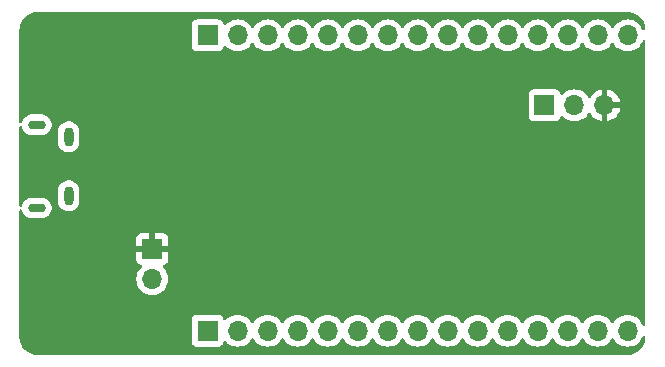
<source format=gbr>
%TF.GenerationSoftware,KiCad,Pcbnew,8.0.2*%
%TF.CreationDate,2024-06-30T02:03:35-06:00*%
%TF.ProjectId,2024_June_RP2040,32303234-5f4a-4756-9e65-5f5250323034,rev?*%
%TF.SameCoordinates,Original*%
%TF.FileFunction,Copper,L2,Bot*%
%TF.FilePolarity,Positive*%
%FSLAX46Y46*%
G04 Gerber Fmt 4.6, Leading zero omitted, Abs format (unit mm)*
G04 Created by KiCad (PCBNEW 8.0.2) date 2024-06-30 02:03:35*
%MOMM*%
%LPD*%
G01*
G04 APERTURE LIST*
%TA.AperFunction,ComponentPad*%
%ADD10R,1.700000X1.700000*%
%TD*%
%TA.AperFunction,ComponentPad*%
%ADD11O,1.700000X1.700000*%
%TD*%
%TA.AperFunction,ComponentPad*%
%ADD12O,0.800000X1.600000*%
%TD*%
%TA.AperFunction,ComponentPad*%
%ADD13O,1.500000X0.750000*%
%TD*%
%TA.AperFunction,ViaPad*%
%ADD14C,0.600000*%
%TD*%
G04 APERTURE END LIST*
D10*
%TO.P,J5,1,Pin_1*%
%TO.N,/SWD*%
X128778000Y-63677800D03*
D11*
%TO.P,J5,2,Pin_2*%
%TO.N,/SWCLK*%
X131318000Y-63677800D03*
%TO.P,J5,3,Pin_3*%
%TO.N,GND*%
X133858000Y-63677800D03*
%TD*%
D10*
%TO.P,J4,1,Pin_1*%
%TO.N,/GPIO_ADC3*%
X100253800Y-57759600D03*
D11*
%TO.P,J4,2,Pin_2*%
%TO.N,/GPIO_ADC2*%
X102793800Y-57759600D03*
%TO.P,J4,3,Pin_3*%
%TO.N,/GPIO_ADC1*%
X105333800Y-57759600D03*
%TO.P,J4,4,Pin_4*%
%TO.N,/GPIO_ADC0*%
X107873800Y-57759600D03*
%TO.P,J4,5,Pin_5*%
%TO.N,/GPIO_25*%
X110413800Y-57759600D03*
%TO.P,J4,6,Pin_6*%
%TO.N,/GPIO_24*%
X112953800Y-57759600D03*
%TO.P,J4,7,Pin_7*%
%TO.N,/GPIO_23*%
X115493800Y-57759600D03*
%TO.P,J4,8,Pin_8*%
%TO.N,/GPIO_22*%
X118033800Y-57759600D03*
%TO.P,J4,9,Pin_9*%
%TO.N,/GPIO_21*%
X120573800Y-57759600D03*
%TO.P,J4,10,Pin_10*%
%TO.N,/GPIO_20*%
X123113800Y-57759600D03*
%TO.P,J4,11,Pin_11*%
%TO.N,/GPIO_19*%
X125653800Y-57759600D03*
%TO.P,J4,12,Pin_12*%
%TO.N,/GPIO_18*%
X128193800Y-57759600D03*
%TO.P,J4,13,Pin_13*%
%TO.N,/GPIO_17*%
X130733800Y-57759600D03*
%TO.P,J4,14,Pin_14*%
%TO.N,/GPIO_16*%
X133273800Y-57759600D03*
%TO.P,J4,15,Pin_15*%
%TO.N,/RUN*%
X135813800Y-57759600D03*
%TD*%
D10*
%TO.P,J3,1,Pin_1*%
%TO.N,/GPIO_0*%
X100253800Y-82759600D03*
D11*
%TO.P,J3,2,Pin_2*%
%TO.N,/GPIO_1*%
X102793800Y-82759600D03*
%TO.P,J3,3,Pin_3*%
%TO.N,/GPIO_2*%
X105333800Y-82759600D03*
%TO.P,J3,4,Pin_4*%
%TO.N,/GPIO_3*%
X107873800Y-82759600D03*
%TO.P,J3,5,Pin_5*%
%TO.N,/GPIO_4*%
X110413800Y-82759600D03*
%TO.P,J3,6,Pin_6*%
%TO.N,/GPIO_5*%
X112953800Y-82759600D03*
%TO.P,J3,7,Pin_7*%
%TO.N,/GPIO_6*%
X115493800Y-82759600D03*
%TO.P,J3,8,Pin_8*%
%TO.N,/GPIO_7*%
X118033800Y-82759600D03*
%TO.P,J3,9,Pin_9*%
%TO.N,/GPIO_8*%
X120573800Y-82759600D03*
%TO.P,J3,10,Pin_10*%
%TO.N,/GPIO_9*%
X123113800Y-82759600D03*
%TO.P,J3,11,Pin_11*%
%TO.N,/GPIO_10*%
X125653800Y-82759600D03*
%TO.P,J3,12,Pin_12*%
%TO.N,/GPIO_11*%
X128193800Y-82759600D03*
%TO.P,J3,13,Pin_13*%
%TO.N,/GPIO_13*%
X130733800Y-82759600D03*
%TO.P,J3,14,Pin_14*%
%TO.N,/GPIO_14*%
X133273800Y-82759600D03*
%TO.P,J3,15,Pin_15*%
%TO.N,/GPIO_15*%
X135813800Y-82759600D03*
%TD*%
D10*
%TO.P,J1,1,Pin_1*%
%TO.N,GND*%
X95580200Y-75844400D03*
D11*
%TO.P,J1,2,Pin_2*%
%TO.N,/USB_BOOT*%
X95580200Y-78384400D03*
%TD*%
D12*
%TO.P,J2,S1,SHIELD*%
%TO.N,unconnected-(J2-SHIELD-PadS1)*%
X88493600Y-66344800D03*
%TO.P,J2,S2,SHIELD__1*%
%TO.N,unconnected-(J2-SHIELD__1-PadS2)*%
X88493600Y-71344800D03*
D13*
%TO.P,J2,S3,SHIELD__2*%
%TO.N,unconnected-(J2-SHIELD__2-PadS3)*%
X85793600Y-65319800D03*
%TO.P,J2,S6,SHIELD__5*%
%TO.N,unconnected-(J2-SHIELD__5-PadS6)*%
X85793600Y-72369800D03*
%TD*%
D14*
%TO.N,GND*%
X115951000Y-69850000D03*
X117119400Y-70916800D03*
X114808000Y-70942200D03*
X117094000Y-68732400D03*
X114833400Y-68707000D03*
X120790300Y-76936600D03*
X126187200Y-70002400D03*
X118440200Y-70815200D03*
X126238000Y-74193400D03*
X98348800Y-78257400D03*
X89484200Y-70154800D03*
X88138000Y-61112400D03*
X93497400Y-61315600D03*
X101295200Y-61137800D03*
X117246400Y-62484000D03*
X112750600Y-62941200D03*
X110947200Y-63627000D03*
X109067600Y-64973200D03*
X109067600Y-67411600D03*
X108102400Y-69621400D03*
X108102400Y-70739000D03*
X107340400Y-73787000D03*
X111810800Y-75285600D03*
X117246400Y-76885800D03*
X127711200Y-74117200D03*
X130302000Y-70866000D03*
X124180600Y-69621400D03*
X123469400Y-67843400D03*
%TD*%
%TA.AperFunction,Conductor*%
%TO.N,GND*%
G36*
X135824418Y-55796616D02*
G01*
X136024561Y-55810930D01*
X136042063Y-55813447D01*
X136233797Y-55855155D01*
X136250755Y-55860134D01*
X136434609Y-55928709D01*
X136450701Y-55936059D01*
X136622904Y-56030088D01*
X136637784Y-56039649D01*
X136794867Y-56157241D01*
X136808237Y-56168827D01*
X136946972Y-56307562D01*
X136958558Y-56320932D01*
X137067008Y-56465804D01*
X137076146Y-56478010D01*
X137085711Y-56492895D01*
X137179740Y-56665098D01*
X137187090Y-56681190D01*
X137255662Y-56865036D01*
X137260646Y-56882012D01*
X137302351Y-57073731D01*
X137304869Y-57091243D01*
X137313563Y-57212801D01*
X137298711Y-57281074D01*
X137249306Y-57330479D01*
X137181033Y-57345331D01*
X137115569Y-57320914D01*
X137077498Y-57274054D01*
X136987835Y-57081771D01*
X136982225Y-57073758D01*
X136852294Y-56888197D01*
X136685202Y-56721106D01*
X136685195Y-56721101D01*
X136491634Y-56585567D01*
X136491630Y-56585565D01*
X136491628Y-56585564D01*
X136277463Y-56485697D01*
X136277459Y-56485696D01*
X136277455Y-56485694D01*
X136049213Y-56424538D01*
X136049203Y-56424536D01*
X135813801Y-56403941D01*
X135813799Y-56403941D01*
X135578396Y-56424536D01*
X135578386Y-56424538D01*
X135350144Y-56485694D01*
X135350135Y-56485698D01*
X135135971Y-56585564D01*
X135135969Y-56585565D01*
X134942397Y-56721105D01*
X134775305Y-56888197D01*
X134645375Y-57073758D01*
X134590798Y-57117383D01*
X134521300Y-57124577D01*
X134458945Y-57093054D01*
X134442225Y-57073758D01*
X134312294Y-56888197D01*
X134145202Y-56721106D01*
X134145195Y-56721101D01*
X133951634Y-56585567D01*
X133951630Y-56585565D01*
X133951628Y-56585564D01*
X133737463Y-56485697D01*
X133737459Y-56485696D01*
X133737455Y-56485694D01*
X133509213Y-56424538D01*
X133509203Y-56424536D01*
X133273801Y-56403941D01*
X133273799Y-56403941D01*
X133038396Y-56424536D01*
X133038386Y-56424538D01*
X132810144Y-56485694D01*
X132810135Y-56485698D01*
X132595971Y-56585564D01*
X132595969Y-56585565D01*
X132402397Y-56721105D01*
X132235305Y-56888197D01*
X132105375Y-57073758D01*
X132050798Y-57117383D01*
X131981300Y-57124577D01*
X131918945Y-57093054D01*
X131902225Y-57073758D01*
X131772294Y-56888197D01*
X131605202Y-56721106D01*
X131605195Y-56721101D01*
X131411634Y-56585567D01*
X131411630Y-56585565D01*
X131411628Y-56585564D01*
X131197463Y-56485697D01*
X131197459Y-56485696D01*
X131197455Y-56485694D01*
X130969213Y-56424538D01*
X130969203Y-56424536D01*
X130733801Y-56403941D01*
X130733799Y-56403941D01*
X130498396Y-56424536D01*
X130498386Y-56424538D01*
X130270144Y-56485694D01*
X130270135Y-56485698D01*
X130055971Y-56585564D01*
X130055969Y-56585565D01*
X129862397Y-56721105D01*
X129695305Y-56888197D01*
X129565375Y-57073758D01*
X129510798Y-57117383D01*
X129441300Y-57124577D01*
X129378945Y-57093054D01*
X129362225Y-57073758D01*
X129232294Y-56888197D01*
X129065202Y-56721106D01*
X129065195Y-56721101D01*
X128871634Y-56585567D01*
X128871630Y-56585565D01*
X128871628Y-56585564D01*
X128657463Y-56485697D01*
X128657459Y-56485696D01*
X128657455Y-56485694D01*
X128429213Y-56424538D01*
X128429203Y-56424536D01*
X128193801Y-56403941D01*
X128193799Y-56403941D01*
X127958396Y-56424536D01*
X127958386Y-56424538D01*
X127730144Y-56485694D01*
X127730135Y-56485698D01*
X127515971Y-56585564D01*
X127515969Y-56585565D01*
X127322397Y-56721105D01*
X127155305Y-56888197D01*
X127025375Y-57073758D01*
X126970798Y-57117383D01*
X126901300Y-57124577D01*
X126838945Y-57093054D01*
X126822225Y-57073758D01*
X126692294Y-56888197D01*
X126525202Y-56721106D01*
X126525195Y-56721101D01*
X126331634Y-56585567D01*
X126331630Y-56585565D01*
X126331628Y-56585564D01*
X126117463Y-56485697D01*
X126117459Y-56485696D01*
X126117455Y-56485694D01*
X125889213Y-56424538D01*
X125889203Y-56424536D01*
X125653801Y-56403941D01*
X125653799Y-56403941D01*
X125418396Y-56424536D01*
X125418386Y-56424538D01*
X125190144Y-56485694D01*
X125190135Y-56485698D01*
X124975971Y-56585564D01*
X124975969Y-56585565D01*
X124782397Y-56721105D01*
X124615305Y-56888197D01*
X124485375Y-57073758D01*
X124430798Y-57117383D01*
X124361300Y-57124577D01*
X124298945Y-57093054D01*
X124282225Y-57073758D01*
X124152294Y-56888197D01*
X123985202Y-56721106D01*
X123985195Y-56721101D01*
X123791634Y-56585567D01*
X123791630Y-56585565D01*
X123791628Y-56585564D01*
X123577463Y-56485697D01*
X123577459Y-56485696D01*
X123577455Y-56485694D01*
X123349213Y-56424538D01*
X123349203Y-56424536D01*
X123113801Y-56403941D01*
X123113799Y-56403941D01*
X122878396Y-56424536D01*
X122878386Y-56424538D01*
X122650144Y-56485694D01*
X122650135Y-56485698D01*
X122435971Y-56585564D01*
X122435969Y-56585565D01*
X122242397Y-56721105D01*
X122075305Y-56888197D01*
X121945375Y-57073758D01*
X121890798Y-57117383D01*
X121821300Y-57124577D01*
X121758945Y-57093054D01*
X121742225Y-57073758D01*
X121612294Y-56888197D01*
X121445202Y-56721106D01*
X121445195Y-56721101D01*
X121251634Y-56585567D01*
X121251630Y-56585565D01*
X121251628Y-56585564D01*
X121037463Y-56485697D01*
X121037459Y-56485696D01*
X121037455Y-56485694D01*
X120809213Y-56424538D01*
X120809203Y-56424536D01*
X120573801Y-56403941D01*
X120573799Y-56403941D01*
X120338396Y-56424536D01*
X120338386Y-56424538D01*
X120110144Y-56485694D01*
X120110135Y-56485698D01*
X119895971Y-56585564D01*
X119895969Y-56585565D01*
X119702397Y-56721105D01*
X119535305Y-56888197D01*
X119405375Y-57073758D01*
X119350798Y-57117383D01*
X119281300Y-57124577D01*
X119218945Y-57093054D01*
X119202225Y-57073758D01*
X119072294Y-56888197D01*
X118905202Y-56721106D01*
X118905195Y-56721101D01*
X118711634Y-56585567D01*
X118711630Y-56585565D01*
X118711628Y-56585564D01*
X118497463Y-56485697D01*
X118497459Y-56485696D01*
X118497455Y-56485694D01*
X118269213Y-56424538D01*
X118269203Y-56424536D01*
X118033801Y-56403941D01*
X118033799Y-56403941D01*
X117798396Y-56424536D01*
X117798386Y-56424538D01*
X117570144Y-56485694D01*
X117570135Y-56485698D01*
X117355971Y-56585564D01*
X117355969Y-56585565D01*
X117162397Y-56721105D01*
X116995305Y-56888197D01*
X116865375Y-57073758D01*
X116810798Y-57117383D01*
X116741300Y-57124577D01*
X116678945Y-57093054D01*
X116662225Y-57073758D01*
X116532294Y-56888197D01*
X116365202Y-56721106D01*
X116365195Y-56721101D01*
X116171634Y-56585567D01*
X116171630Y-56585565D01*
X116171628Y-56585564D01*
X115957463Y-56485697D01*
X115957459Y-56485696D01*
X115957455Y-56485694D01*
X115729213Y-56424538D01*
X115729203Y-56424536D01*
X115493801Y-56403941D01*
X115493799Y-56403941D01*
X115258396Y-56424536D01*
X115258386Y-56424538D01*
X115030144Y-56485694D01*
X115030135Y-56485698D01*
X114815971Y-56585564D01*
X114815969Y-56585565D01*
X114622397Y-56721105D01*
X114455305Y-56888197D01*
X114325375Y-57073758D01*
X114270798Y-57117383D01*
X114201300Y-57124577D01*
X114138945Y-57093054D01*
X114122225Y-57073758D01*
X113992294Y-56888197D01*
X113825202Y-56721106D01*
X113825195Y-56721101D01*
X113631634Y-56585567D01*
X113631630Y-56585565D01*
X113631628Y-56585564D01*
X113417463Y-56485697D01*
X113417459Y-56485696D01*
X113417455Y-56485694D01*
X113189213Y-56424538D01*
X113189203Y-56424536D01*
X112953801Y-56403941D01*
X112953799Y-56403941D01*
X112718396Y-56424536D01*
X112718386Y-56424538D01*
X112490144Y-56485694D01*
X112490135Y-56485698D01*
X112275971Y-56585564D01*
X112275969Y-56585565D01*
X112082397Y-56721105D01*
X111915305Y-56888197D01*
X111785375Y-57073758D01*
X111730798Y-57117383D01*
X111661300Y-57124577D01*
X111598945Y-57093054D01*
X111582225Y-57073758D01*
X111452294Y-56888197D01*
X111285202Y-56721106D01*
X111285195Y-56721101D01*
X111091634Y-56585567D01*
X111091630Y-56585565D01*
X111091628Y-56585564D01*
X110877463Y-56485697D01*
X110877459Y-56485696D01*
X110877455Y-56485694D01*
X110649213Y-56424538D01*
X110649203Y-56424536D01*
X110413801Y-56403941D01*
X110413799Y-56403941D01*
X110178396Y-56424536D01*
X110178386Y-56424538D01*
X109950144Y-56485694D01*
X109950135Y-56485698D01*
X109735971Y-56585564D01*
X109735969Y-56585565D01*
X109542397Y-56721105D01*
X109375305Y-56888197D01*
X109245375Y-57073758D01*
X109190798Y-57117383D01*
X109121300Y-57124577D01*
X109058945Y-57093054D01*
X109042225Y-57073758D01*
X108912294Y-56888197D01*
X108745202Y-56721106D01*
X108745195Y-56721101D01*
X108551634Y-56585567D01*
X108551630Y-56585565D01*
X108551628Y-56585564D01*
X108337463Y-56485697D01*
X108337459Y-56485696D01*
X108337455Y-56485694D01*
X108109213Y-56424538D01*
X108109203Y-56424536D01*
X107873801Y-56403941D01*
X107873799Y-56403941D01*
X107638396Y-56424536D01*
X107638386Y-56424538D01*
X107410144Y-56485694D01*
X107410135Y-56485698D01*
X107195971Y-56585564D01*
X107195969Y-56585565D01*
X107002397Y-56721105D01*
X106835305Y-56888197D01*
X106705375Y-57073758D01*
X106650798Y-57117383D01*
X106581300Y-57124577D01*
X106518945Y-57093054D01*
X106502225Y-57073758D01*
X106372294Y-56888197D01*
X106205202Y-56721106D01*
X106205195Y-56721101D01*
X106011634Y-56585567D01*
X106011630Y-56585565D01*
X106011628Y-56585564D01*
X105797463Y-56485697D01*
X105797459Y-56485696D01*
X105797455Y-56485694D01*
X105569213Y-56424538D01*
X105569203Y-56424536D01*
X105333801Y-56403941D01*
X105333799Y-56403941D01*
X105098396Y-56424536D01*
X105098386Y-56424538D01*
X104870144Y-56485694D01*
X104870135Y-56485698D01*
X104655971Y-56585564D01*
X104655969Y-56585565D01*
X104462397Y-56721105D01*
X104295305Y-56888197D01*
X104165375Y-57073758D01*
X104110798Y-57117383D01*
X104041300Y-57124577D01*
X103978945Y-57093054D01*
X103962225Y-57073758D01*
X103832294Y-56888197D01*
X103665202Y-56721106D01*
X103665195Y-56721101D01*
X103471634Y-56585567D01*
X103471630Y-56585565D01*
X103471628Y-56585564D01*
X103257463Y-56485697D01*
X103257459Y-56485696D01*
X103257455Y-56485694D01*
X103029213Y-56424538D01*
X103029203Y-56424536D01*
X102793801Y-56403941D01*
X102793799Y-56403941D01*
X102558396Y-56424536D01*
X102558386Y-56424538D01*
X102330144Y-56485694D01*
X102330135Y-56485698D01*
X102115971Y-56585564D01*
X102115969Y-56585565D01*
X101922400Y-56721103D01*
X101800473Y-56843030D01*
X101739150Y-56876514D01*
X101669458Y-56871530D01*
X101613525Y-56829658D01*
X101596610Y-56798681D01*
X101547597Y-56667271D01*
X101547593Y-56667264D01*
X101461347Y-56552055D01*
X101461344Y-56552052D01*
X101346135Y-56465806D01*
X101346128Y-56465802D01*
X101211282Y-56415508D01*
X101211283Y-56415508D01*
X101151683Y-56409101D01*
X101151681Y-56409100D01*
X101151673Y-56409100D01*
X101151664Y-56409100D01*
X99355929Y-56409100D01*
X99355923Y-56409101D01*
X99296316Y-56415508D01*
X99161471Y-56465802D01*
X99161464Y-56465806D01*
X99046255Y-56552052D01*
X99046252Y-56552055D01*
X98960006Y-56667264D01*
X98960002Y-56667271D01*
X98909708Y-56802117D01*
X98903301Y-56861716D01*
X98903300Y-56861735D01*
X98903300Y-58657470D01*
X98903301Y-58657476D01*
X98909708Y-58717083D01*
X98960002Y-58851928D01*
X98960006Y-58851935D01*
X99046252Y-58967144D01*
X99046255Y-58967147D01*
X99161464Y-59053393D01*
X99161471Y-59053397D01*
X99296317Y-59103691D01*
X99296316Y-59103691D01*
X99303244Y-59104435D01*
X99355927Y-59110100D01*
X101151672Y-59110099D01*
X101211283Y-59103691D01*
X101346131Y-59053396D01*
X101461346Y-58967146D01*
X101547596Y-58851931D01*
X101596610Y-58720516D01*
X101638481Y-58664584D01*
X101703945Y-58640166D01*
X101772218Y-58655017D01*
X101800473Y-58676169D01*
X101922399Y-58798095D01*
X102019184Y-58865865D01*
X102115965Y-58933632D01*
X102115967Y-58933633D01*
X102115970Y-58933635D01*
X102330137Y-59033503D01*
X102558392Y-59094663D01*
X102734834Y-59110100D01*
X102793799Y-59115259D01*
X102793800Y-59115259D01*
X102793801Y-59115259D01*
X102852766Y-59110100D01*
X103029208Y-59094663D01*
X103257463Y-59033503D01*
X103471630Y-58933635D01*
X103665201Y-58798095D01*
X103832295Y-58631001D01*
X103962225Y-58445442D01*
X104016802Y-58401817D01*
X104086300Y-58394623D01*
X104148655Y-58426146D01*
X104165375Y-58445442D01*
X104295300Y-58630995D01*
X104295305Y-58631001D01*
X104462399Y-58798095D01*
X104559184Y-58865865D01*
X104655965Y-58933632D01*
X104655967Y-58933633D01*
X104655970Y-58933635D01*
X104870137Y-59033503D01*
X105098392Y-59094663D01*
X105274834Y-59110100D01*
X105333799Y-59115259D01*
X105333800Y-59115259D01*
X105333801Y-59115259D01*
X105392766Y-59110100D01*
X105569208Y-59094663D01*
X105797463Y-59033503D01*
X106011630Y-58933635D01*
X106205201Y-58798095D01*
X106372295Y-58631001D01*
X106502225Y-58445442D01*
X106556802Y-58401817D01*
X106626300Y-58394623D01*
X106688655Y-58426146D01*
X106705375Y-58445442D01*
X106835300Y-58630995D01*
X106835305Y-58631001D01*
X107002399Y-58798095D01*
X107099184Y-58865865D01*
X107195965Y-58933632D01*
X107195967Y-58933633D01*
X107195970Y-58933635D01*
X107410137Y-59033503D01*
X107638392Y-59094663D01*
X107814834Y-59110100D01*
X107873799Y-59115259D01*
X107873800Y-59115259D01*
X107873801Y-59115259D01*
X107932766Y-59110100D01*
X108109208Y-59094663D01*
X108337463Y-59033503D01*
X108551630Y-58933635D01*
X108745201Y-58798095D01*
X108912295Y-58631001D01*
X109042225Y-58445442D01*
X109096802Y-58401817D01*
X109166300Y-58394623D01*
X109228655Y-58426146D01*
X109245375Y-58445442D01*
X109375300Y-58630995D01*
X109375305Y-58631001D01*
X109542399Y-58798095D01*
X109639184Y-58865865D01*
X109735965Y-58933632D01*
X109735967Y-58933633D01*
X109735970Y-58933635D01*
X109950137Y-59033503D01*
X110178392Y-59094663D01*
X110354834Y-59110100D01*
X110413799Y-59115259D01*
X110413800Y-59115259D01*
X110413801Y-59115259D01*
X110472766Y-59110100D01*
X110649208Y-59094663D01*
X110877463Y-59033503D01*
X111091630Y-58933635D01*
X111285201Y-58798095D01*
X111452295Y-58631001D01*
X111582225Y-58445442D01*
X111636802Y-58401817D01*
X111706300Y-58394623D01*
X111768655Y-58426146D01*
X111785375Y-58445442D01*
X111915300Y-58630995D01*
X111915305Y-58631001D01*
X112082399Y-58798095D01*
X112179184Y-58865865D01*
X112275965Y-58933632D01*
X112275967Y-58933633D01*
X112275970Y-58933635D01*
X112490137Y-59033503D01*
X112718392Y-59094663D01*
X112894834Y-59110100D01*
X112953799Y-59115259D01*
X112953800Y-59115259D01*
X112953801Y-59115259D01*
X113012766Y-59110100D01*
X113189208Y-59094663D01*
X113417463Y-59033503D01*
X113631630Y-58933635D01*
X113825201Y-58798095D01*
X113992295Y-58631001D01*
X114122225Y-58445442D01*
X114176802Y-58401817D01*
X114246300Y-58394623D01*
X114308655Y-58426146D01*
X114325375Y-58445442D01*
X114455300Y-58630995D01*
X114455305Y-58631001D01*
X114622399Y-58798095D01*
X114719184Y-58865865D01*
X114815965Y-58933632D01*
X114815967Y-58933633D01*
X114815970Y-58933635D01*
X115030137Y-59033503D01*
X115258392Y-59094663D01*
X115434834Y-59110100D01*
X115493799Y-59115259D01*
X115493800Y-59115259D01*
X115493801Y-59115259D01*
X115552766Y-59110100D01*
X115729208Y-59094663D01*
X115957463Y-59033503D01*
X116171630Y-58933635D01*
X116365201Y-58798095D01*
X116532295Y-58631001D01*
X116662225Y-58445442D01*
X116716802Y-58401817D01*
X116786300Y-58394623D01*
X116848655Y-58426146D01*
X116865375Y-58445442D01*
X116995300Y-58630995D01*
X116995305Y-58631001D01*
X117162399Y-58798095D01*
X117259184Y-58865865D01*
X117355965Y-58933632D01*
X117355967Y-58933633D01*
X117355970Y-58933635D01*
X117570137Y-59033503D01*
X117798392Y-59094663D01*
X117974834Y-59110100D01*
X118033799Y-59115259D01*
X118033800Y-59115259D01*
X118033801Y-59115259D01*
X118092766Y-59110100D01*
X118269208Y-59094663D01*
X118497463Y-59033503D01*
X118711630Y-58933635D01*
X118905201Y-58798095D01*
X119072295Y-58631001D01*
X119202225Y-58445442D01*
X119256802Y-58401817D01*
X119326300Y-58394623D01*
X119388655Y-58426146D01*
X119405375Y-58445442D01*
X119535300Y-58630995D01*
X119535305Y-58631001D01*
X119702399Y-58798095D01*
X119799184Y-58865865D01*
X119895965Y-58933632D01*
X119895967Y-58933633D01*
X119895970Y-58933635D01*
X120110137Y-59033503D01*
X120338392Y-59094663D01*
X120514834Y-59110100D01*
X120573799Y-59115259D01*
X120573800Y-59115259D01*
X120573801Y-59115259D01*
X120632766Y-59110100D01*
X120809208Y-59094663D01*
X121037463Y-59033503D01*
X121251630Y-58933635D01*
X121445201Y-58798095D01*
X121612295Y-58631001D01*
X121742225Y-58445442D01*
X121796802Y-58401817D01*
X121866300Y-58394623D01*
X121928655Y-58426146D01*
X121945375Y-58445442D01*
X122075300Y-58630995D01*
X122075305Y-58631001D01*
X122242399Y-58798095D01*
X122339184Y-58865865D01*
X122435965Y-58933632D01*
X122435967Y-58933633D01*
X122435970Y-58933635D01*
X122650137Y-59033503D01*
X122878392Y-59094663D01*
X123054834Y-59110100D01*
X123113799Y-59115259D01*
X123113800Y-59115259D01*
X123113801Y-59115259D01*
X123172766Y-59110100D01*
X123349208Y-59094663D01*
X123577463Y-59033503D01*
X123791630Y-58933635D01*
X123985201Y-58798095D01*
X124152295Y-58631001D01*
X124282225Y-58445442D01*
X124336802Y-58401817D01*
X124406300Y-58394623D01*
X124468655Y-58426146D01*
X124485375Y-58445442D01*
X124615300Y-58630995D01*
X124615305Y-58631001D01*
X124782399Y-58798095D01*
X124879184Y-58865865D01*
X124975965Y-58933632D01*
X124975967Y-58933633D01*
X124975970Y-58933635D01*
X125190137Y-59033503D01*
X125418392Y-59094663D01*
X125594834Y-59110100D01*
X125653799Y-59115259D01*
X125653800Y-59115259D01*
X125653801Y-59115259D01*
X125712766Y-59110100D01*
X125889208Y-59094663D01*
X126117463Y-59033503D01*
X126331630Y-58933635D01*
X126525201Y-58798095D01*
X126692295Y-58631001D01*
X126822225Y-58445442D01*
X126876802Y-58401817D01*
X126946300Y-58394623D01*
X127008655Y-58426146D01*
X127025375Y-58445442D01*
X127155300Y-58630995D01*
X127155305Y-58631001D01*
X127322399Y-58798095D01*
X127419184Y-58865865D01*
X127515965Y-58933632D01*
X127515967Y-58933633D01*
X127515970Y-58933635D01*
X127730137Y-59033503D01*
X127958392Y-59094663D01*
X128134834Y-59110100D01*
X128193799Y-59115259D01*
X128193800Y-59115259D01*
X128193801Y-59115259D01*
X128252766Y-59110100D01*
X128429208Y-59094663D01*
X128657463Y-59033503D01*
X128871630Y-58933635D01*
X129065201Y-58798095D01*
X129232295Y-58631001D01*
X129362225Y-58445442D01*
X129416802Y-58401817D01*
X129486300Y-58394623D01*
X129548655Y-58426146D01*
X129565375Y-58445442D01*
X129695300Y-58630995D01*
X129695305Y-58631001D01*
X129862399Y-58798095D01*
X129959184Y-58865865D01*
X130055965Y-58933632D01*
X130055967Y-58933633D01*
X130055970Y-58933635D01*
X130270137Y-59033503D01*
X130498392Y-59094663D01*
X130674834Y-59110100D01*
X130733799Y-59115259D01*
X130733800Y-59115259D01*
X130733801Y-59115259D01*
X130792766Y-59110100D01*
X130969208Y-59094663D01*
X131197463Y-59033503D01*
X131411630Y-58933635D01*
X131605201Y-58798095D01*
X131772295Y-58631001D01*
X131902225Y-58445442D01*
X131956802Y-58401817D01*
X132026300Y-58394623D01*
X132088655Y-58426146D01*
X132105375Y-58445442D01*
X132235300Y-58630995D01*
X132235305Y-58631001D01*
X132402399Y-58798095D01*
X132499184Y-58865865D01*
X132595965Y-58933632D01*
X132595967Y-58933633D01*
X132595970Y-58933635D01*
X132810137Y-59033503D01*
X133038392Y-59094663D01*
X133214834Y-59110100D01*
X133273799Y-59115259D01*
X133273800Y-59115259D01*
X133273801Y-59115259D01*
X133332766Y-59110100D01*
X133509208Y-59094663D01*
X133737463Y-59033503D01*
X133951630Y-58933635D01*
X134145201Y-58798095D01*
X134312295Y-58631001D01*
X134442225Y-58445442D01*
X134496802Y-58401817D01*
X134566300Y-58394623D01*
X134628655Y-58426146D01*
X134645375Y-58445442D01*
X134775300Y-58630995D01*
X134775305Y-58631001D01*
X134942399Y-58798095D01*
X135039184Y-58865865D01*
X135135965Y-58933632D01*
X135135967Y-58933633D01*
X135135970Y-58933635D01*
X135350137Y-59033503D01*
X135578392Y-59094663D01*
X135754834Y-59110100D01*
X135813799Y-59115259D01*
X135813800Y-59115259D01*
X135813801Y-59115259D01*
X135872766Y-59110100D01*
X136049208Y-59094663D01*
X136277463Y-59033503D01*
X136491630Y-58933635D01*
X136685201Y-58798095D01*
X136852295Y-58631001D01*
X136987835Y-58437430D01*
X137083118Y-58233094D01*
X137129290Y-58180656D01*
X137196484Y-58161504D01*
X137263365Y-58181720D01*
X137308700Y-58234885D01*
X137319500Y-58285500D01*
X137319500Y-82233699D01*
X137299815Y-82300738D01*
X137247011Y-82346493D01*
X137177853Y-82356437D01*
X137114297Y-82327412D01*
X137083118Y-82286104D01*
X136987835Y-82081771D01*
X136987834Y-82081769D01*
X136852294Y-81888197D01*
X136685202Y-81721106D01*
X136685195Y-81721101D01*
X136491634Y-81585567D01*
X136491630Y-81585565D01*
X136491628Y-81585564D01*
X136277463Y-81485697D01*
X136277459Y-81485696D01*
X136277455Y-81485694D01*
X136049213Y-81424538D01*
X136049203Y-81424536D01*
X135813801Y-81403941D01*
X135813799Y-81403941D01*
X135578396Y-81424536D01*
X135578386Y-81424538D01*
X135350144Y-81485694D01*
X135350135Y-81485698D01*
X135135971Y-81585564D01*
X135135969Y-81585565D01*
X134942397Y-81721105D01*
X134775305Y-81888197D01*
X134645375Y-82073758D01*
X134590798Y-82117383D01*
X134521300Y-82124577D01*
X134458945Y-82093054D01*
X134442225Y-82073758D01*
X134312294Y-81888197D01*
X134145202Y-81721106D01*
X134145195Y-81721101D01*
X133951634Y-81585567D01*
X133951630Y-81585565D01*
X133951628Y-81585564D01*
X133737463Y-81485697D01*
X133737459Y-81485696D01*
X133737455Y-81485694D01*
X133509213Y-81424538D01*
X133509203Y-81424536D01*
X133273801Y-81403941D01*
X133273799Y-81403941D01*
X133038396Y-81424536D01*
X133038386Y-81424538D01*
X132810144Y-81485694D01*
X132810135Y-81485698D01*
X132595971Y-81585564D01*
X132595969Y-81585565D01*
X132402397Y-81721105D01*
X132235305Y-81888197D01*
X132105375Y-82073758D01*
X132050798Y-82117383D01*
X131981300Y-82124577D01*
X131918945Y-82093054D01*
X131902225Y-82073758D01*
X131772294Y-81888197D01*
X131605202Y-81721106D01*
X131605195Y-81721101D01*
X131411634Y-81585567D01*
X131411630Y-81585565D01*
X131411628Y-81585564D01*
X131197463Y-81485697D01*
X131197459Y-81485696D01*
X131197455Y-81485694D01*
X130969213Y-81424538D01*
X130969203Y-81424536D01*
X130733801Y-81403941D01*
X130733799Y-81403941D01*
X130498396Y-81424536D01*
X130498386Y-81424538D01*
X130270144Y-81485694D01*
X130270135Y-81485698D01*
X130055971Y-81585564D01*
X130055969Y-81585565D01*
X129862397Y-81721105D01*
X129695305Y-81888197D01*
X129565375Y-82073758D01*
X129510798Y-82117383D01*
X129441300Y-82124577D01*
X129378945Y-82093054D01*
X129362225Y-82073758D01*
X129232294Y-81888197D01*
X129065202Y-81721106D01*
X129065195Y-81721101D01*
X128871634Y-81585567D01*
X128871630Y-81585565D01*
X128871628Y-81585564D01*
X128657463Y-81485697D01*
X128657459Y-81485696D01*
X128657455Y-81485694D01*
X128429213Y-81424538D01*
X128429203Y-81424536D01*
X128193801Y-81403941D01*
X128193799Y-81403941D01*
X127958396Y-81424536D01*
X127958386Y-81424538D01*
X127730144Y-81485694D01*
X127730135Y-81485698D01*
X127515971Y-81585564D01*
X127515969Y-81585565D01*
X127322397Y-81721105D01*
X127155305Y-81888197D01*
X127025375Y-82073758D01*
X126970798Y-82117383D01*
X126901300Y-82124577D01*
X126838945Y-82093054D01*
X126822225Y-82073758D01*
X126692294Y-81888197D01*
X126525202Y-81721106D01*
X126525195Y-81721101D01*
X126331634Y-81585567D01*
X126331630Y-81585565D01*
X126331628Y-81585564D01*
X126117463Y-81485697D01*
X126117459Y-81485696D01*
X126117455Y-81485694D01*
X125889213Y-81424538D01*
X125889203Y-81424536D01*
X125653801Y-81403941D01*
X125653799Y-81403941D01*
X125418396Y-81424536D01*
X125418386Y-81424538D01*
X125190144Y-81485694D01*
X125190135Y-81485698D01*
X124975971Y-81585564D01*
X124975969Y-81585565D01*
X124782397Y-81721105D01*
X124615305Y-81888197D01*
X124485375Y-82073758D01*
X124430798Y-82117383D01*
X124361300Y-82124577D01*
X124298945Y-82093054D01*
X124282225Y-82073758D01*
X124152294Y-81888197D01*
X123985202Y-81721106D01*
X123985195Y-81721101D01*
X123791634Y-81585567D01*
X123791630Y-81585565D01*
X123791628Y-81585564D01*
X123577463Y-81485697D01*
X123577459Y-81485696D01*
X123577455Y-81485694D01*
X123349213Y-81424538D01*
X123349203Y-81424536D01*
X123113801Y-81403941D01*
X123113799Y-81403941D01*
X122878396Y-81424536D01*
X122878386Y-81424538D01*
X122650144Y-81485694D01*
X122650135Y-81485698D01*
X122435971Y-81585564D01*
X122435969Y-81585565D01*
X122242397Y-81721105D01*
X122075305Y-81888197D01*
X121945375Y-82073758D01*
X121890798Y-82117383D01*
X121821300Y-82124577D01*
X121758945Y-82093054D01*
X121742225Y-82073758D01*
X121612294Y-81888197D01*
X121445202Y-81721106D01*
X121445195Y-81721101D01*
X121251634Y-81585567D01*
X121251630Y-81585565D01*
X121251628Y-81585564D01*
X121037463Y-81485697D01*
X121037459Y-81485696D01*
X121037455Y-81485694D01*
X120809213Y-81424538D01*
X120809203Y-81424536D01*
X120573801Y-81403941D01*
X120573799Y-81403941D01*
X120338396Y-81424536D01*
X120338386Y-81424538D01*
X120110144Y-81485694D01*
X120110135Y-81485698D01*
X119895971Y-81585564D01*
X119895969Y-81585565D01*
X119702397Y-81721105D01*
X119535305Y-81888197D01*
X119405375Y-82073758D01*
X119350798Y-82117383D01*
X119281300Y-82124577D01*
X119218945Y-82093054D01*
X119202225Y-82073758D01*
X119072294Y-81888197D01*
X118905202Y-81721106D01*
X118905195Y-81721101D01*
X118711634Y-81585567D01*
X118711630Y-81585565D01*
X118711628Y-81585564D01*
X118497463Y-81485697D01*
X118497459Y-81485696D01*
X118497455Y-81485694D01*
X118269213Y-81424538D01*
X118269203Y-81424536D01*
X118033801Y-81403941D01*
X118033799Y-81403941D01*
X117798396Y-81424536D01*
X117798386Y-81424538D01*
X117570144Y-81485694D01*
X117570135Y-81485698D01*
X117355971Y-81585564D01*
X117355969Y-81585565D01*
X117162397Y-81721105D01*
X116995305Y-81888197D01*
X116865375Y-82073758D01*
X116810798Y-82117383D01*
X116741300Y-82124577D01*
X116678945Y-82093054D01*
X116662225Y-82073758D01*
X116532294Y-81888197D01*
X116365202Y-81721106D01*
X116365195Y-81721101D01*
X116171634Y-81585567D01*
X116171630Y-81585565D01*
X116171628Y-81585564D01*
X115957463Y-81485697D01*
X115957459Y-81485696D01*
X115957455Y-81485694D01*
X115729213Y-81424538D01*
X115729203Y-81424536D01*
X115493801Y-81403941D01*
X115493799Y-81403941D01*
X115258396Y-81424536D01*
X115258386Y-81424538D01*
X115030144Y-81485694D01*
X115030135Y-81485698D01*
X114815971Y-81585564D01*
X114815969Y-81585565D01*
X114622397Y-81721105D01*
X114455305Y-81888197D01*
X114325375Y-82073758D01*
X114270798Y-82117383D01*
X114201300Y-82124577D01*
X114138945Y-82093054D01*
X114122225Y-82073758D01*
X113992294Y-81888197D01*
X113825202Y-81721106D01*
X113825195Y-81721101D01*
X113631634Y-81585567D01*
X113631630Y-81585565D01*
X113631628Y-81585564D01*
X113417463Y-81485697D01*
X113417459Y-81485696D01*
X113417455Y-81485694D01*
X113189213Y-81424538D01*
X113189203Y-81424536D01*
X112953801Y-81403941D01*
X112953799Y-81403941D01*
X112718396Y-81424536D01*
X112718386Y-81424538D01*
X112490144Y-81485694D01*
X112490135Y-81485698D01*
X112275971Y-81585564D01*
X112275969Y-81585565D01*
X112082397Y-81721105D01*
X111915305Y-81888197D01*
X111785375Y-82073758D01*
X111730798Y-82117383D01*
X111661300Y-82124577D01*
X111598945Y-82093054D01*
X111582225Y-82073758D01*
X111452294Y-81888197D01*
X111285202Y-81721106D01*
X111285195Y-81721101D01*
X111091634Y-81585567D01*
X111091630Y-81585565D01*
X111091628Y-81585564D01*
X110877463Y-81485697D01*
X110877459Y-81485696D01*
X110877455Y-81485694D01*
X110649213Y-81424538D01*
X110649203Y-81424536D01*
X110413801Y-81403941D01*
X110413799Y-81403941D01*
X110178396Y-81424536D01*
X110178386Y-81424538D01*
X109950144Y-81485694D01*
X109950135Y-81485698D01*
X109735971Y-81585564D01*
X109735969Y-81585565D01*
X109542397Y-81721105D01*
X109375305Y-81888197D01*
X109245375Y-82073758D01*
X109190798Y-82117383D01*
X109121300Y-82124577D01*
X109058945Y-82093054D01*
X109042225Y-82073758D01*
X108912294Y-81888197D01*
X108745202Y-81721106D01*
X108745195Y-81721101D01*
X108551634Y-81585567D01*
X108551630Y-81585565D01*
X108551628Y-81585564D01*
X108337463Y-81485697D01*
X108337459Y-81485696D01*
X108337455Y-81485694D01*
X108109213Y-81424538D01*
X108109203Y-81424536D01*
X107873801Y-81403941D01*
X107873799Y-81403941D01*
X107638396Y-81424536D01*
X107638386Y-81424538D01*
X107410144Y-81485694D01*
X107410135Y-81485698D01*
X107195971Y-81585564D01*
X107195969Y-81585565D01*
X107002397Y-81721105D01*
X106835305Y-81888197D01*
X106705375Y-82073758D01*
X106650798Y-82117383D01*
X106581300Y-82124577D01*
X106518945Y-82093054D01*
X106502225Y-82073758D01*
X106372294Y-81888197D01*
X106205202Y-81721106D01*
X106205195Y-81721101D01*
X106011634Y-81585567D01*
X106011630Y-81585565D01*
X106011628Y-81585564D01*
X105797463Y-81485697D01*
X105797459Y-81485696D01*
X105797455Y-81485694D01*
X105569213Y-81424538D01*
X105569203Y-81424536D01*
X105333801Y-81403941D01*
X105333799Y-81403941D01*
X105098396Y-81424536D01*
X105098386Y-81424538D01*
X104870144Y-81485694D01*
X104870135Y-81485698D01*
X104655971Y-81585564D01*
X104655969Y-81585565D01*
X104462397Y-81721105D01*
X104295305Y-81888197D01*
X104165375Y-82073758D01*
X104110798Y-82117383D01*
X104041300Y-82124577D01*
X103978945Y-82093054D01*
X103962225Y-82073758D01*
X103832294Y-81888197D01*
X103665202Y-81721106D01*
X103665195Y-81721101D01*
X103471634Y-81585567D01*
X103471630Y-81585565D01*
X103471628Y-81585564D01*
X103257463Y-81485697D01*
X103257459Y-81485696D01*
X103257455Y-81485694D01*
X103029213Y-81424538D01*
X103029203Y-81424536D01*
X102793801Y-81403941D01*
X102793799Y-81403941D01*
X102558396Y-81424536D01*
X102558386Y-81424538D01*
X102330144Y-81485694D01*
X102330135Y-81485698D01*
X102115971Y-81585564D01*
X102115969Y-81585565D01*
X101922400Y-81721103D01*
X101800473Y-81843030D01*
X101739150Y-81876514D01*
X101669458Y-81871530D01*
X101613525Y-81829658D01*
X101596610Y-81798681D01*
X101547597Y-81667271D01*
X101547593Y-81667264D01*
X101461347Y-81552055D01*
X101461344Y-81552052D01*
X101346135Y-81465806D01*
X101346128Y-81465802D01*
X101211282Y-81415508D01*
X101211283Y-81415508D01*
X101151683Y-81409101D01*
X101151681Y-81409100D01*
X101151673Y-81409100D01*
X101151664Y-81409100D01*
X99355929Y-81409100D01*
X99355923Y-81409101D01*
X99296316Y-81415508D01*
X99161471Y-81465802D01*
X99161464Y-81465806D01*
X99046255Y-81552052D01*
X99046252Y-81552055D01*
X98960006Y-81667264D01*
X98960002Y-81667271D01*
X98909708Y-81802117D01*
X98903301Y-81861716D01*
X98903300Y-81861735D01*
X98903300Y-83657470D01*
X98903301Y-83657476D01*
X98909708Y-83717083D01*
X98960002Y-83851928D01*
X98960006Y-83851935D01*
X99046252Y-83967144D01*
X99046255Y-83967147D01*
X99161464Y-84053393D01*
X99161471Y-84053397D01*
X99296317Y-84103691D01*
X99296316Y-84103691D01*
X99303244Y-84104435D01*
X99355927Y-84110100D01*
X101151672Y-84110099D01*
X101211283Y-84103691D01*
X101346131Y-84053396D01*
X101461346Y-83967146D01*
X101547596Y-83851931D01*
X101596610Y-83720516D01*
X101638481Y-83664584D01*
X101703945Y-83640166D01*
X101772218Y-83655017D01*
X101800473Y-83676169D01*
X101922399Y-83798095D01*
X102019184Y-83865865D01*
X102115965Y-83933632D01*
X102115967Y-83933633D01*
X102115970Y-83933635D01*
X102330137Y-84033503D01*
X102558392Y-84094663D01*
X102734834Y-84110100D01*
X102793799Y-84115259D01*
X102793800Y-84115259D01*
X102793801Y-84115259D01*
X102852766Y-84110100D01*
X103029208Y-84094663D01*
X103257463Y-84033503D01*
X103471630Y-83933635D01*
X103665201Y-83798095D01*
X103832295Y-83631001D01*
X103962225Y-83445442D01*
X104016802Y-83401817D01*
X104086300Y-83394623D01*
X104148655Y-83426146D01*
X104165375Y-83445442D01*
X104295300Y-83630995D01*
X104295305Y-83631001D01*
X104462399Y-83798095D01*
X104559184Y-83865865D01*
X104655965Y-83933632D01*
X104655967Y-83933633D01*
X104655970Y-83933635D01*
X104870137Y-84033503D01*
X105098392Y-84094663D01*
X105274834Y-84110100D01*
X105333799Y-84115259D01*
X105333800Y-84115259D01*
X105333801Y-84115259D01*
X105392766Y-84110100D01*
X105569208Y-84094663D01*
X105797463Y-84033503D01*
X106011630Y-83933635D01*
X106205201Y-83798095D01*
X106372295Y-83631001D01*
X106502225Y-83445442D01*
X106556802Y-83401817D01*
X106626300Y-83394623D01*
X106688655Y-83426146D01*
X106705375Y-83445442D01*
X106835300Y-83630995D01*
X106835305Y-83631001D01*
X107002399Y-83798095D01*
X107099184Y-83865865D01*
X107195965Y-83933632D01*
X107195967Y-83933633D01*
X107195970Y-83933635D01*
X107410137Y-84033503D01*
X107638392Y-84094663D01*
X107814834Y-84110100D01*
X107873799Y-84115259D01*
X107873800Y-84115259D01*
X107873801Y-84115259D01*
X107932766Y-84110100D01*
X108109208Y-84094663D01*
X108337463Y-84033503D01*
X108551630Y-83933635D01*
X108745201Y-83798095D01*
X108912295Y-83631001D01*
X109042225Y-83445442D01*
X109096802Y-83401817D01*
X109166300Y-83394623D01*
X109228655Y-83426146D01*
X109245375Y-83445442D01*
X109375300Y-83630995D01*
X109375305Y-83631001D01*
X109542399Y-83798095D01*
X109639184Y-83865865D01*
X109735965Y-83933632D01*
X109735967Y-83933633D01*
X109735970Y-83933635D01*
X109950137Y-84033503D01*
X110178392Y-84094663D01*
X110354834Y-84110100D01*
X110413799Y-84115259D01*
X110413800Y-84115259D01*
X110413801Y-84115259D01*
X110472766Y-84110100D01*
X110649208Y-84094663D01*
X110877463Y-84033503D01*
X111091630Y-83933635D01*
X111285201Y-83798095D01*
X111452295Y-83631001D01*
X111582225Y-83445442D01*
X111636802Y-83401817D01*
X111706300Y-83394623D01*
X111768655Y-83426146D01*
X111785375Y-83445442D01*
X111915300Y-83630995D01*
X111915305Y-83631001D01*
X112082399Y-83798095D01*
X112179184Y-83865865D01*
X112275965Y-83933632D01*
X112275967Y-83933633D01*
X112275970Y-83933635D01*
X112490137Y-84033503D01*
X112718392Y-84094663D01*
X112894834Y-84110100D01*
X112953799Y-84115259D01*
X112953800Y-84115259D01*
X112953801Y-84115259D01*
X113012766Y-84110100D01*
X113189208Y-84094663D01*
X113417463Y-84033503D01*
X113631630Y-83933635D01*
X113825201Y-83798095D01*
X113992295Y-83631001D01*
X114122225Y-83445442D01*
X114176802Y-83401817D01*
X114246300Y-83394623D01*
X114308655Y-83426146D01*
X114325375Y-83445442D01*
X114455300Y-83630995D01*
X114455305Y-83631001D01*
X114622399Y-83798095D01*
X114719184Y-83865865D01*
X114815965Y-83933632D01*
X114815967Y-83933633D01*
X114815970Y-83933635D01*
X115030137Y-84033503D01*
X115258392Y-84094663D01*
X115434834Y-84110100D01*
X115493799Y-84115259D01*
X115493800Y-84115259D01*
X115493801Y-84115259D01*
X115552766Y-84110100D01*
X115729208Y-84094663D01*
X115957463Y-84033503D01*
X116171630Y-83933635D01*
X116365201Y-83798095D01*
X116532295Y-83631001D01*
X116662225Y-83445442D01*
X116716802Y-83401817D01*
X116786300Y-83394623D01*
X116848655Y-83426146D01*
X116865375Y-83445442D01*
X116995300Y-83630995D01*
X116995305Y-83631001D01*
X117162399Y-83798095D01*
X117259184Y-83865865D01*
X117355965Y-83933632D01*
X117355967Y-83933633D01*
X117355970Y-83933635D01*
X117570137Y-84033503D01*
X117798392Y-84094663D01*
X117974834Y-84110100D01*
X118033799Y-84115259D01*
X118033800Y-84115259D01*
X118033801Y-84115259D01*
X118092766Y-84110100D01*
X118269208Y-84094663D01*
X118497463Y-84033503D01*
X118711630Y-83933635D01*
X118905201Y-83798095D01*
X119072295Y-83631001D01*
X119202225Y-83445442D01*
X119256802Y-83401817D01*
X119326300Y-83394623D01*
X119388655Y-83426146D01*
X119405375Y-83445442D01*
X119535300Y-83630995D01*
X119535305Y-83631001D01*
X119702399Y-83798095D01*
X119799184Y-83865865D01*
X119895965Y-83933632D01*
X119895967Y-83933633D01*
X119895970Y-83933635D01*
X120110137Y-84033503D01*
X120338392Y-84094663D01*
X120514834Y-84110100D01*
X120573799Y-84115259D01*
X120573800Y-84115259D01*
X120573801Y-84115259D01*
X120632766Y-84110100D01*
X120809208Y-84094663D01*
X121037463Y-84033503D01*
X121251630Y-83933635D01*
X121445201Y-83798095D01*
X121612295Y-83631001D01*
X121742225Y-83445442D01*
X121796802Y-83401817D01*
X121866300Y-83394623D01*
X121928655Y-83426146D01*
X121945375Y-83445442D01*
X122075300Y-83630995D01*
X122075305Y-83631001D01*
X122242399Y-83798095D01*
X122339184Y-83865865D01*
X122435965Y-83933632D01*
X122435967Y-83933633D01*
X122435970Y-83933635D01*
X122650137Y-84033503D01*
X122878392Y-84094663D01*
X123054834Y-84110100D01*
X123113799Y-84115259D01*
X123113800Y-84115259D01*
X123113801Y-84115259D01*
X123172766Y-84110100D01*
X123349208Y-84094663D01*
X123577463Y-84033503D01*
X123791630Y-83933635D01*
X123985201Y-83798095D01*
X124152295Y-83631001D01*
X124282225Y-83445442D01*
X124336802Y-83401817D01*
X124406300Y-83394623D01*
X124468655Y-83426146D01*
X124485375Y-83445442D01*
X124615300Y-83630995D01*
X124615305Y-83631001D01*
X124782399Y-83798095D01*
X124879184Y-83865865D01*
X124975965Y-83933632D01*
X124975967Y-83933633D01*
X124975970Y-83933635D01*
X125190137Y-84033503D01*
X125418392Y-84094663D01*
X125594834Y-84110100D01*
X125653799Y-84115259D01*
X125653800Y-84115259D01*
X125653801Y-84115259D01*
X125712766Y-84110100D01*
X125889208Y-84094663D01*
X126117463Y-84033503D01*
X126331630Y-83933635D01*
X126525201Y-83798095D01*
X126692295Y-83631001D01*
X126822225Y-83445442D01*
X126876802Y-83401817D01*
X126946300Y-83394623D01*
X127008655Y-83426146D01*
X127025375Y-83445442D01*
X127155300Y-83630995D01*
X127155305Y-83631001D01*
X127322399Y-83798095D01*
X127419184Y-83865865D01*
X127515965Y-83933632D01*
X127515967Y-83933633D01*
X127515970Y-83933635D01*
X127730137Y-84033503D01*
X127958392Y-84094663D01*
X128134834Y-84110100D01*
X128193799Y-84115259D01*
X128193800Y-84115259D01*
X128193801Y-84115259D01*
X128252766Y-84110100D01*
X128429208Y-84094663D01*
X128657463Y-84033503D01*
X128871630Y-83933635D01*
X129065201Y-83798095D01*
X129232295Y-83631001D01*
X129362225Y-83445442D01*
X129416802Y-83401817D01*
X129486300Y-83394623D01*
X129548655Y-83426146D01*
X129565375Y-83445442D01*
X129695300Y-83630995D01*
X129695305Y-83631001D01*
X129862399Y-83798095D01*
X129959184Y-83865865D01*
X130055965Y-83933632D01*
X130055967Y-83933633D01*
X130055970Y-83933635D01*
X130270137Y-84033503D01*
X130498392Y-84094663D01*
X130674834Y-84110100D01*
X130733799Y-84115259D01*
X130733800Y-84115259D01*
X130733801Y-84115259D01*
X130792766Y-84110100D01*
X130969208Y-84094663D01*
X131197463Y-84033503D01*
X131411630Y-83933635D01*
X131605201Y-83798095D01*
X131772295Y-83631001D01*
X131902225Y-83445442D01*
X131956802Y-83401817D01*
X132026300Y-83394623D01*
X132088655Y-83426146D01*
X132105375Y-83445442D01*
X132235300Y-83630995D01*
X132235305Y-83631001D01*
X132402399Y-83798095D01*
X132499184Y-83865865D01*
X132595965Y-83933632D01*
X132595967Y-83933633D01*
X132595970Y-83933635D01*
X132810137Y-84033503D01*
X133038392Y-84094663D01*
X133214834Y-84110100D01*
X133273799Y-84115259D01*
X133273800Y-84115259D01*
X133273801Y-84115259D01*
X133332766Y-84110100D01*
X133509208Y-84094663D01*
X133737463Y-84033503D01*
X133951630Y-83933635D01*
X134145201Y-83798095D01*
X134312295Y-83631001D01*
X134442225Y-83445442D01*
X134496802Y-83401817D01*
X134566300Y-83394623D01*
X134628655Y-83426146D01*
X134645375Y-83445442D01*
X134775300Y-83630995D01*
X134775305Y-83631001D01*
X134942399Y-83798095D01*
X135039184Y-83865865D01*
X135135965Y-83933632D01*
X135135967Y-83933633D01*
X135135970Y-83933635D01*
X135350137Y-84033503D01*
X135578392Y-84094663D01*
X135754834Y-84110100D01*
X135813799Y-84115259D01*
X135813800Y-84115259D01*
X135813801Y-84115259D01*
X135872766Y-84110100D01*
X136049208Y-84094663D01*
X136277463Y-84033503D01*
X136491630Y-83933635D01*
X136685201Y-83798095D01*
X136852295Y-83631001D01*
X136987835Y-83437430D01*
X137083118Y-83233094D01*
X137129290Y-83180656D01*
X137196484Y-83161504D01*
X137263365Y-83181720D01*
X137308700Y-83234885D01*
X137319500Y-83285500D01*
X137319500Y-83291372D01*
X137319184Y-83300219D01*
X137304869Y-83500357D01*
X137302351Y-83517868D01*
X137260646Y-83709587D01*
X137255662Y-83726563D01*
X137187090Y-83910409D01*
X137179740Y-83926501D01*
X137085711Y-84098704D01*
X137076146Y-84113589D01*
X136958558Y-84270667D01*
X136946972Y-84284037D01*
X136808237Y-84422772D01*
X136794867Y-84434358D01*
X136637789Y-84551946D01*
X136622904Y-84561511D01*
X136450701Y-84655540D01*
X136434609Y-84662890D01*
X136250763Y-84731462D01*
X136233787Y-84736446D01*
X136042068Y-84778151D01*
X136024557Y-84780669D01*
X135843779Y-84793599D01*
X135824417Y-84794984D01*
X135815572Y-84795300D01*
X85824428Y-84795300D01*
X85815582Y-84794984D01*
X85793622Y-84793413D01*
X85615442Y-84780669D01*
X85597931Y-84778151D01*
X85406212Y-84736446D01*
X85389236Y-84731462D01*
X85205390Y-84662890D01*
X85189298Y-84655540D01*
X85017095Y-84561511D01*
X85002210Y-84551946D01*
X84845132Y-84434358D01*
X84831762Y-84422772D01*
X84693027Y-84284037D01*
X84681441Y-84270667D01*
X84563849Y-84113584D01*
X84554288Y-84098704D01*
X84460259Y-83926501D01*
X84452909Y-83910409D01*
X84431098Y-83851931D01*
X84384334Y-83726555D01*
X84379355Y-83709597D01*
X84337647Y-83517863D01*
X84335130Y-83500356D01*
X84330629Y-83437430D01*
X84320816Y-83300218D01*
X84320500Y-83291372D01*
X84320500Y-78384399D01*
X94224541Y-78384399D01*
X94224541Y-78384400D01*
X94245136Y-78619803D01*
X94245138Y-78619813D01*
X94306294Y-78848055D01*
X94306296Y-78848059D01*
X94306297Y-78848063D01*
X94406165Y-79062230D01*
X94406167Y-79062234D01*
X94514481Y-79216921D01*
X94541705Y-79255801D01*
X94708799Y-79422895D01*
X94805584Y-79490665D01*
X94902365Y-79558432D01*
X94902367Y-79558433D01*
X94902370Y-79558435D01*
X95116537Y-79658303D01*
X95344792Y-79719463D01*
X95533118Y-79735939D01*
X95580199Y-79740059D01*
X95580200Y-79740059D01*
X95580201Y-79740059D01*
X95619434Y-79736626D01*
X95815608Y-79719463D01*
X96043863Y-79658303D01*
X96258030Y-79558435D01*
X96451601Y-79422895D01*
X96618695Y-79255801D01*
X96754235Y-79062230D01*
X96854103Y-78848063D01*
X96915263Y-78619808D01*
X96935859Y-78384400D01*
X96915263Y-78148992D01*
X96854103Y-77920737D01*
X96754235Y-77706571D01*
X96618695Y-77512999D01*
X96496379Y-77390683D01*
X96462896Y-77329363D01*
X96467880Y-77259671D01*
X96509751Y-77203737D01*
X96540729Y-77186822D01*
X96672286Y-77137754D01*
X96672293Y-77137750D01*
X96787387Y-77051590D01*
X96787390Y-77051587D01*
X96873550Y-76936493D01*
X96873554Y-76936486D01*
X96923796Y-76801779D01*
X96923798Y-76801772D01*
X96930199Y-76742244D01*
X96930200Y-76742227D01*
X96930200Y-76094400D01*
X96013212Y-76094400D01*
X96046125Y-76037393D01*
X96080200Y-75910226D01*
X96080200Y-75778574D01*
X96046125Y-75651407D01*
X96013212Y-75594400D01*
X96930200Y-75594400D01*
X96930200Y-74946572D01*
X96930199Y-74946555D01*
X96923798Y-74887027D01*
X96923796Y-74887020D01*
X96873554Y-74752313D01*
X96873550Y-74752306D01*
X96787390Y-74637212D01*
X96787387Y-74637209D01*
X96672293Y-74551049D01*
X96672286Y-74551045D01*
X96537579Y-74500803D01*
X96537572Y-74500801D01*
X96478044Y-74494400D01*
X95830200Y-74494400D01*
X95830200Y-75411388D01*
X95773193Y-75378475D01*
X95646026Y-75344400D01*
X95514374Y-75344400D01*
X95387207Y-75378475D01*
X95330200Y-75411388D01*
X95330200Y-74494400D01*
X94682355Y-74494400D01*
X94622827Y-74500801D01*
X94622820Y-74500803D01*
X94488113Y-74551045D01*
X94488106Y-74551049D01*
X94373012Y-74637209D01*
X94373009Y-74637212D01*
X94286849Y-74752306D01*
X94286845Y-74752313D01*
X94236603Y-74887020D01*
X94236601Y-74887027D01*
X94230200Y-74946555D01*
X94230200Y-75594400D01*
X95147188Y-75594400D01*
X95114275Y-75651407D01*
X95080200Y-75778574D01*
X95080200Y-75910226D01*
X95114275Y-76037393D01*
X95147188Y-76094400D01*
X94230200Y-76094400D01*
X94230200Y-76742244D01*
X94236601Y-76801772D01*
X94236603Y-76801779D01*
X94286845Y-76936486D01*
X94286849Y-76936493D01*
X94373009Y-77051587D01*
X94373012Y-77051590D01*
X94488106Y-77137750D01*
X94488113Y-77137754D01*
X94619670Y-77186821D01*
X94675603Y-77228692D01*
X94700021Y-77294156D01*
X94685170Y-77362429D01*
X94664019Y-77390684D01*
X94541703Y-77513000D01*
X94406165Y-77706569D01*
X94406164Y-77706571D01*
X94306298Y-77920735D01*
X94306294Y-77920744D01*
X94245138Y-78148986D01*
X94245136Y-78148996D01*
X94224541Y-78384399D01*
X84320500Y-78384399D01*
X84320500Y-72595937D01*
X84340185Y-72528898D01*
X84392989Y-72483143D01*
X84462147Y-72473199D01*
X84525703Y-72502224D01*
X84563477Y-72561002D01*
X84566117Y-72571746D01*
X84576743Y-72625166D01*
X84576746Y-72625178D01*
X84642738Y-72784498D01*
X84642745Y-72784511D01*
X84738554Y-72927898D01*
X84738557Y-72927902D01*
X84860497Y-73049842D01*
X84860501Y-73049845D01*
X85003888Y-73145654D01*
X85003901Y-73145661D01*
X85163221Y-73211653D01*
X85163226Y-73211655D01*
X85332366Y-73245299D01*
X85332369Y-73245300D01*
X85332371Y-73245300D01*
X86254831Y-73245300D01*
X86254832Y-73245299D01*
X86423974Y-73211655D01*
X86583305Y-73145658D01*
X86726699Y-73049845D01*
X86848645Y-72927899D01*
X86944458Y-72784505D01*
X87010455Y-72625174D01*
X87044100Y-72456029D01*
X87044100Y-72283571D01*
X87044100Y-72283568D01*
X87044099Y-72283566D01*
X87010455Y-72114426D01*
X87010453Y-72114421D01*
X86944461Y-71955101D01*
X86944454Y-71955088D01*
X86848645Y-71811701D01*
X86848642Y-71811697D01*
X86726702Y-71689757D01*
X86726698Y-71689754D01*
X86583311Y-71593945D01*
X86583298Y-71593938D01*
X86423978Y-71527946D01*
X86423966Y-71527943D01*
X86254832Y-71494300D01*
X86254829Y-71494300D01*
X85332371Y-71494300D01*
X85332368Y-71494300D01*
X85163233Y-71527943D01*
X85163221Y-71527946D01*
X85003901Y-71593938D01*
X85003888Y-71593945D01*
X84860501Y-71689754D01*
X84860497Y-71689757D01*
X84738557Y-71811697D01*
X84738554Y-71811701D01*
X84642745Y-71955088D01*
X84642738Y-71955101D01*
X84576746Y-72114421D01*
X84576743Y-72114431D01*
X84566117Y-72167854D01*
X84533732Y-72229765D01*
X84473016Y-72264339D01*
X84403247Y-72260599D01*
X84346575Y-72219732D01*
X84320993Y-72154714D01*
X84320500Y-72143662D01*
X84320500Y-70856104D01*
X87593100Y-70856104D01*
X87593100Y-71833495D01*
X87627703Y-72007458D01*
X87627706Y-72007467D01*
X87695583Y-72171340D01*
X87695590Y-72171353D01*
X87794135Y-72318834D01*
X87794138Y-72318838D01*
X87919561Y-72444261D01*
X87919565Y-72444264D01*
X88067046Y-72542809D01*
X88067059Y-72542816D01*
X88136904Y-72571746D01*
X88230934Y-72610694D01*
X88230936Y-72610694D01*
X88230941Y-72610696D01*
X88404904Y-72645299D01*
X88404907Y-72645300D01*
X88404909Y-72645300D01*
X88582293Y-72645300D01*
X88582294Y-72645299D01*
X88640282Y-72633764D01*
X88756258Y-72610696D01*
X88756261Y-72610694D01*
X88756266Y-72610694D01*
X88920147Y-72542813D01*
X89067635Y-72444264D01*
X89193064Y-72318835D01*
X89291613Y-72171347D01*
X89359494Y-72007466D01*
X89369912Y-71955095D01*
X89394099Y-71833495D01*
X89394100Y-71833493D01*
X89394100Y-70856106D01*
X89394099Y-70856104D01*
X89359496Y-70682141D01*
X89359493Y-70682132D01*
X89291616Y-70518259D01*
X89291609Y-70518246D01*
X89193064Y-70370765D01*
X89193061Y-70370761D01*
X89067638Y-70245338D01*
X89067634Y-70245335D01*
X88920153Y-70146790D01*
X88920140Y-70146783D01*
X88756267Y-70078906D01*
X88756258Y-70078903D01*
X88582294Y-70044300D01*
X88582291Y-70044300D01*
X88404909Y-70044300D01*
X88404906Y-70044300D01*
X88230941Y-70078903D01*
X88230932Y-70078906D01*
X88067059Y-70146783D01*
X88067046Y-70146790D01*
X87919565Y-70245335D01*
X87919561Y-70245338D01*
X87794138Y-70370761D01*
X87794135Y-70370765D01*
X87695590Y-70518246D01*
X87695583Y-70518259D01*
X87627706Y-70682132D01*
X87627703Y-70682141D01*
X87593100Y-70856104D01*
X84320500Y-70856104D01*
X84320500Y-65545937D01*
X84340185Y-65478898D01*
X84392989Y-65433143D01*
X84462147Y-65423199D01*
X84525703Y-65452224D01*
X84563477Y-65511002D01*
X84566117Y-65521746D01*
X84576743Y-65575166D01*
X84576746Y-65575178D01*
X84642738Y-65734498D01*
X84642745Y-65734511D01*
X84738554Y-65877898D01*
X84738557Y-65877902D01*
X84860497Y-65999842D01*
X84860501Y-65999845D01*
X85003888Y-66095654D01*
X85003901Y-66095661D01*
X85163221Y-66161653D01*
X85163226Y-66161655D01*
X85332366Y-66195299D01*
X85332369Y-66195300D01*
X85332371Y-66195300D01*
X86254831Y-66195300D01*
X86254832Y-66195299D01*
X86423974Y-66161655D01*
X86583305Y-66095658D01*
X86726699Y-65999845D01*
X86848645Y-65877899D01*
X86863208Y-65856104D01*
X87593100Y-65856104D01*
X87593100Y-66833495D01*
X87627703Y-67007458D01*
X87627706Y-67007467D01*
X87695583Y-67171340D01*
X87695590Y-67171353D01*
X87794135Y-67318834D01*
X87794138Y-67318838D01*
X87919561Y-67444261D01*
X87919565Y-67444264D01*
X88067046Y-67542809D01*
X88067059Y-67542816D01*
X88189963Y-67593723D01*
X88230934Y-67610694D01*
X88230936Y-67610694D01*
X88230941Y-67610696D01*
X88404904Y-67645299D01*
X88404907Y-67645300D01*
X88404909Y-67645300D01*
X88582293Y-67645300D01*
X88582294Y-67645299D01*
X88640282Y-67633764D01*
X88756258Y-67610696D01*
X88756261Y-67610694D01*
X88756266Y-67610694D01*
X88920147Y-67542813D01*
X89067635Y-67444264D01*
X89193064Y-67318835D01*
X89291613Y-67171347D01*
X89359494Y-67007466D01*
X89394100Y-66833491D01*
X89394100Y-65856109D01*
X89394100Y-65856106D01*
X89394099Y-65856104D01*
X89359496Y-65682141D01*
X89359493Y-65682132D01*
X89291616Y-65518259D01*
X89291609Y-65518246D01*
X89193064Y-65370765D01*
X89193061Y-65370761D01*
X89067638Y-65245338D01*
X89067634Y-65245335D01*
X88920153Y-65146790D01*
X88920140Y-65146783D01*
X88756267Y-65078906D01*
X88756258Y-65078903D01*
X88582294Y-65044300D01*
X88582291Y-65044300D01*
X88404909Y-65044300D01*
X88404906Y-65044300D01*
X88230941Y-65078903D01*
X88230932Y-65078906D01*
X88067059Y-65146783D01*
X88067046Y-65146790D01*
X87919565Y-65245335D01*
X87919561Y-65245338D01*
X87794138Y-65370761D01*
X87794135Y-65370765D01*
X87695590Y-65518246D01*
X87695583Y-65518259D01*
X87627706Y-65682132D01*
X87627703Y-65682141D01*
X87593100Y-65856104D01*
X86863208Y-65856104D01*
X86944458Y-65734505D01*
X87010455Y-65575174D01*
X87044100Y-65406029D01*
X87044100Y-65233571D01*
X87044100Y-65233568D01*
X87044099Y-65233566D01*
X87010455Y-65064426D01*
X86995490Y-65028298D01*
X86944461Y-64905101D01*
X86944454Y-64905088D01*
X86848645Y-64761701D01*
X86848642Y-64761697D01*
X86726702Y-64639757D01*
X86726698Y-64639754D01*
X86583311Y-64543945D01*
X86583298Y-64543938D01*
X86423978Y-64477946D01*
X86423966Y-64477943D01*
X86254832Y-64444300D01*
X86254829Y-64444300D01*
X85332371Y-64444300D01*
X85332368Y-64444300D01*
X85163233Y-64477943D01*
X85163221Y-64477946D01*
X85003901Y-64543938D01*
X85003888Y-64543945D01*
X84860501Y-64639754D01*
X84860497Y-64639757D01*
X84738557Y-64761697D01*
X84738554Y-64761701D01*
X84642745Y-64905088D01*
X84642738Y-64905101D01*
X84576746Y-65064421D01*
X84576743Y-65064431D01*
X84566117Y-65117854D01*
X84533732Y-65179765D01*
X84473016Y-65214339D01*
X84403247Y-65210599D01*
X84346575Y-65169732D01*
X84320993Y-65104714D01*
X84320500Y-65093662D01*
X84320500Y-62779935D01*
X127427500Y-62779935D01*
X127427500Y-64575670D01*
X127427501Y-64575676D01*
X127433908Y-64635283D01*
X127484202Y-64770128D01*
X127484206Y-64770135D01*
X127570452Y-64885344D01*
X127570455Y-64885347D01*
X127685664Y-64971593D01*
X127685671Y-64971597D01*
X127820517Y-65021891D01*
X127820516Y-65021891D01*
X127827444Y-65022635D01*
X127880127Y-65028300D01*
X129675872Y-65028299D01*
X129735483Y-65021891D01*
X129870331Y-64971596D01*
X129985546Y-64885346D01*
X130071796Y-64770131D01*
X130120810Y-64638716D01*
X130162681Y-64582784D01*
X130228145Y-64558366D01*
X130296418Y-64573217D01*
X130324673Y-64594369D01*
X130446599Y-64716295D01*
X130543384Y-64784065D01*
X130640165Y-64851832D01*
X130640167Y-64851833D01*
X130640170Y-64851835D01*
X130854337Y-64951703D01*
X131082592Y-65012863D01*
X131259034Y-65028300D01*
X131317999Y-65033459D01*
X131318000Y-65033459D01*
X131318001Y-65033459D01*
X131376966Y-65028300D01*
X131553408Y-65012863D01*
X131781663Y-64951703D01*
X131995830Y-64851835D01*
X132189401Y-64716295D01*
X132356495Y-64549201D01*
X132486730Y-64363205D01*
X132541307Y-64319581D01*
X132610805Y-64312387D01*
X132673160Y-64343910D01*
X132689879Y-64363205D01*
X132819890Y-64548878D01*
X132986917Y-64715905D01*
X133180421Y-64851400D01*
X133394507Y-64951229D01*
X133394516Y-64951233D01*
X133608000Y-65008434D01*
X133608000Y-64110812D01*
X133665007Y-64143725D01*
X133792174Y-64177800D01*
X133923826Y-64177800D01*
X134050993Y-64143725D01*
X134108000Y-64110812D01*
X134108000Y-65008433D01*
X134321483Y-64951233D01*
X134321492Y-64951229D01*
X134535578Y-64851400D01*
X134729082Y-64715905D01*
X134896105Y-64548882D01*
X135031600Y-64355378D01*
X135131429Y-64141292D01*
X135131432Y-64141286D01*
X135188636Y-63927800D01*
X134291012Y-63927800D01*
X134323925Y-63870793D01*
X134358000Y-63743626D01*
X134358000Y-63611974D01*
X134323925Y-63484807D01*
X134291012Y-63427800D01*
X135188636Y-63427800D01*
X135188635Y-63427799D01*
X135131432Y-63214313D01*
X135131429Y-63214307D01*
X135031600Y-63000222D01*
X135031599Y-63000220D01*
X134896113Y-62806726D01*
X134896108Y-62806720D01*
X134729082Y-62639694D01*
X134535578Y-62504199D01*
X134321492Y-62404370D01*
X134321486Y-62404367D01*
X134108000Y-62347164D01*
X134108000Y-63244788D01*
X134050993Y-63211875D01*
X133923826Y-63177800D01*
X133792174Y-63177800D01*
X133665007Y-63211875D01*
X133608000Y-63244788D01*
X133608000Y-62347164D01*
X133607999Y-62347164D01*
X133394513Y-62404367D01*
X133394507Y-62404370D01*
X133180422Y-62504199D01*
X133180420Y-62504200D01*
X132986926Y-62639686D01*
X132986920Y-62639691D01*
X132819891Y-62806720D01*
X132819890Y-62806722D01*
X132689880Y-62992395D01*
X132635303Y-63036019D01*
X132565804Y-63043212D01*
X132503450Y-63011690D01*
X132486730Y-62992394D01*
X132356494Y-62806397D01*
X132189402Y-62639306D01*
X132189395Y-62639301D01*
X131995834Y-62503767D01*
X131995830Y-62503765D01*
X131995828Y-62503764D01*
X131781663Y-62403897D01*
X131781659Y-62403896D01*
X131781655Y-62403894D01*
X131553413Y-62342738D01*
X131553403Y-62342736D01*
X131318001Y-62322141D01*
X131317999Y-62322141D01*
X131082596Y-62342736D01*
X131082586Y-62342738D01*
X130854344Y-62403894D01*
X130854335Y-62403898D01*
X130640171Y-62503764D01*
X130640169Y-62503765D01*
X130446600Y-62639303D01*
X130324673Y-62761230D01*
X130263350Y-62794714D01*
X130193658Y-62789730D01*
X130137725Y-62747858D01*
X130120810Y-62716881D01*
X130071797Y-62585471D01*
X130071793Y-62585464D01*
X129985547Y-62470255D01*
X129985544Y-62470252D01*
X129870335Y-62384006D01*
X129870328Y-62384002D01*
X129735482Y-62333708D01*
X129735483Y-62333708D01*
X129675883Y-62327301D01*
X129675881Y-62327300D01*
X129675873Y-62327300D01*
X129675864Y-62327300D01*
X127880129Y-62327300D01*
X127880123Y-62327301D01*
X127820516Y-62333708D01*
X127685671Y-62384002D01*
X127685664Y-62384006D01*
X127570455Y-62470252D01*
X127570452Y-62470255D01*
X127484206Y-62585464D01*
X127484202Y-62585471D01*
X127433908Y-62720317D01*
X127427501Y-62779916D01*
X127427500Y-62779935D01*
X84320500Y-62779935D01*
X84320500Y-57300227D01*
X84320816Y-57291381D01*
X84332746Y-57124577D01*
X84335130Y-57091236D01*
X84337646Y-57073738D01*
X84379356Y-56881999D01*
X84384333Y-56865048D01*
X84452911Y-56681185D01*
X84460259Y-56665098D01*
X84503687Y-56585565D01*
X84554291Y-56492889D01*
X84563845Y-56478021D01*
X84681448Y-56320923D01*
X84693020Y-56307569D01*
X84831769Y-56168820D01*
X84845123Y-56157248D01*
X85002221Y-56039645D01*
X85017089Y-56030091D01*
X85189298Y-55936058D01*
X85205385Y-55928711D01*
X85389248Y-55860133D01*
X85406199Y-55855156D01*
X85597938Y-55813446D01*
X85615436Y-55810930D01*
X85815582Y-55796616D01*
X85824428Y-55796300D01*
X85885892Y-55796300D01*
X135754108Y-55796300D01*
X135815572Y-55796300D01*
X135824418Y-55796616D01*
G37*
%TD.AperFunction*%
%TD*%
M02*

</source>
